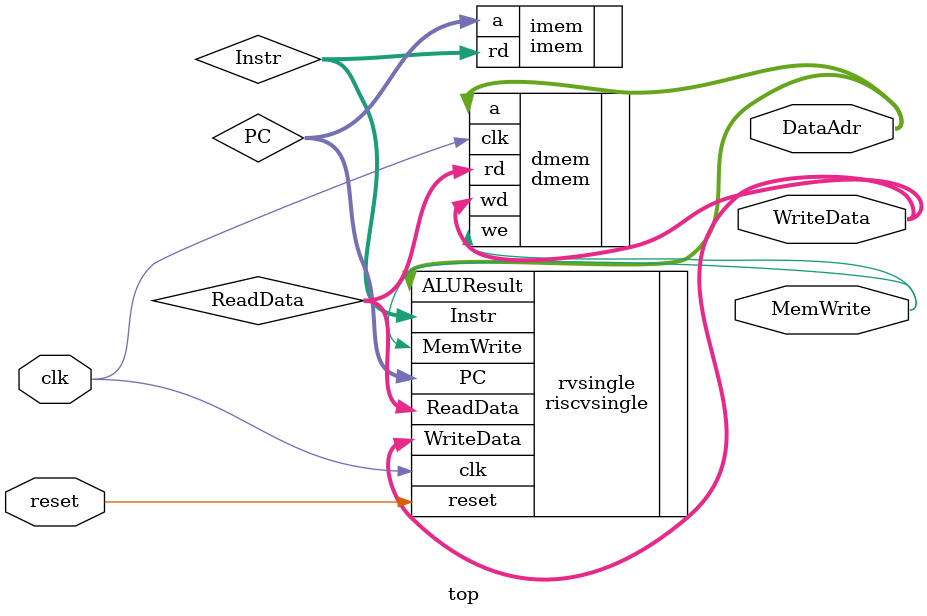
<source format=v>
module top(
    input wire clk, reset,
    output wire [31:0] WriteData, DataAdr,
    output wire MemWrite
);
    wire [31:0] PC, Instr, ReadData;

    // Instantiate processor and memories
    riscvsingle rvsingle (
        .clk(clk),
        .reset(reset),
        .PC(PC),
        .Instr(Instr),
        .MemWrite(MemWrite),
        .ALUResult(DataAdr),
        .WriteData(WriteData),
        .ReadData(ReadData)
    );

    imem imem (
        .a(PC),
        .rd(Instr)
    );

    dmem dmem (
        .clk(clk),
        .we(MemWrite),
        .a(DataAdr),
        .wd(WriteData),
        .rd(ReadData)
    );
endmodule
</source>
